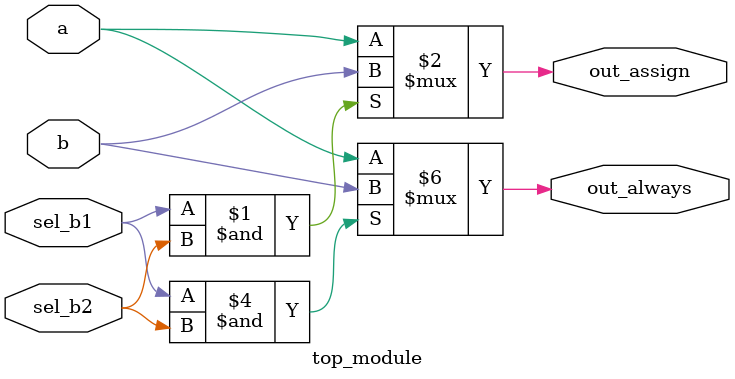
<source format=sv>
module top_module (
    input a,
    input b,
    input sel_b1,
    input sel_b2,
    output out_assign,
    output reg out_always
);

    // Assign statement to assign out_assign output
    assign out_assign = (sel_b1 & sel_b2) ? b : a;

    // Always block to assign out_always output
    always @(*) begin
        if (sel_b1 & sel_b2)
            out_always = b;
        else
            out_always = a;
    end

endmodule

</source>
